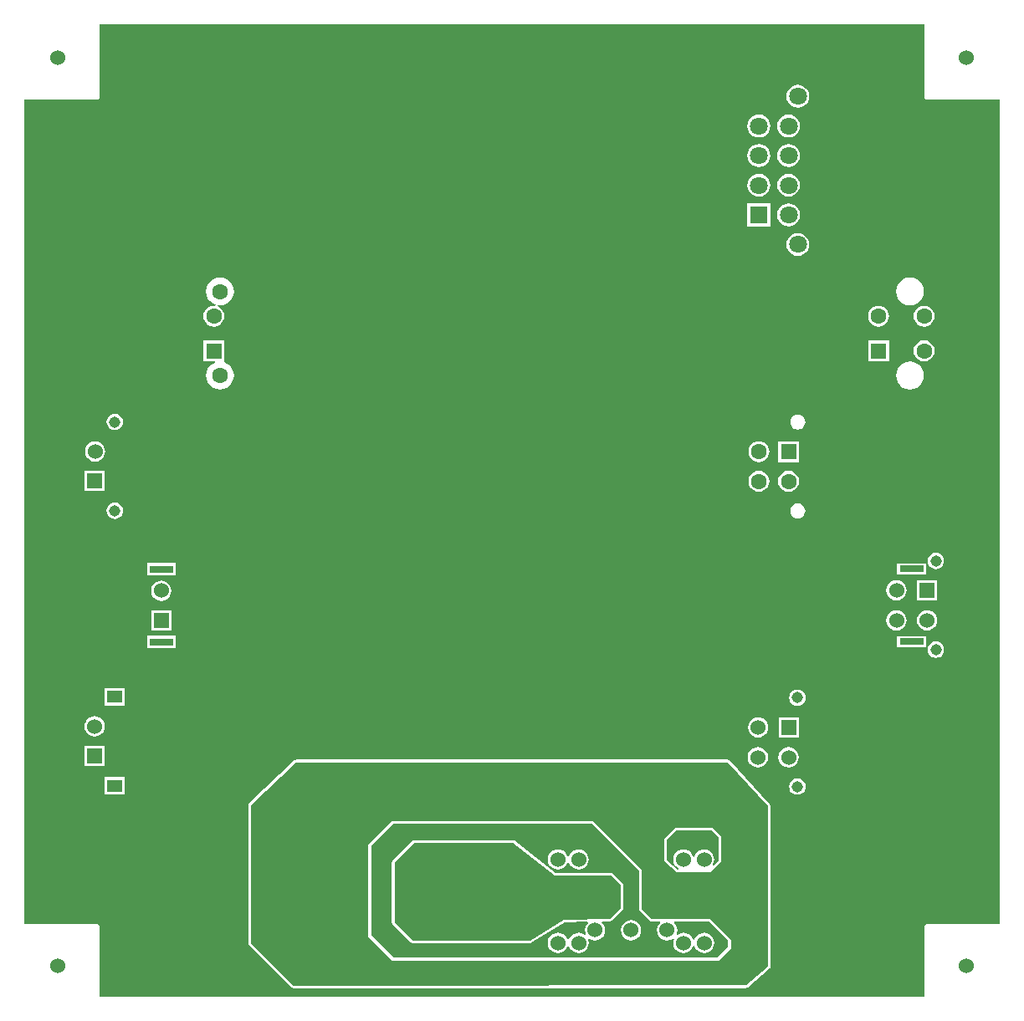
<source format=gbl>
G04*
G04 #@! TF.GenerationSoftware,Altium Limited,Altium Designer,19.1.9 (167)*
G04*
G04 Layer_Physical_Order=2*
G04 Layer_Color=16711680*
%FSLAX25Y25*%
%MOIN*%
G70*
G01*
G75*
%ADD37R,0.14600X0.14600*%
%ADD38C,0.14600*%
%ADD39R,0.06000X0.06000*%
%ADD40C,0.06000*%
%ADD41R,0.06000X0.05000*%
%ADD42R,0.09500X0.03000*%
%ADD43C,0.04500*%
%ADD44C,0.08858*%
%ADD45R,0.06299X0.06299*%
%ADD46C,0.06299*%
%ADD47R,0.09500X0.02500*%
%ADD48C,0.07087*%
%ADD49R,0.07087X0.07087*%
G36*
X361185Y362205D02*
X361263Y361814D01*
X361484Y361484D01*
X361815Y361263D01*
X362205Y361185D01*
X391152D01*
X391152Y32516D01*
X362205D01*
X361815Y32438D01*
X361484Y32217D01*
X361263Y31886D01*
X361185Y31496D01*
Y3533D01*
X32516D01*
Y31496D01*
X32438Y31886D01*
X32217Y32217D01*
X31886Y32438D01*
X31496Y32516D01*
X2549D01*
X2549Y361185D01*
X31496D01*
X31886Y361263D01*
X32217Y361484D01*
X32438Y361814D01*
X32516Y362205D01*
Y391152D01*
X361185D01*
Y362205D01*
D02*
G37*
%LPC*%
G36*
X310701Y367016D02*
X309515Y366859D01*
X308410Y366402D01*
X307460Y365673D01*
X306732Y364724D01*
X306274Y363619D01*
X306118Y362433D01*
X306274Y361247D01*
X306732Y360142D01*
X307460Y359193D01*
X308410Y358465D01*
X309515Y358007D01*
X310701Y357851D01*
X311887Y358007D01*
X312992Y358465D01*
X313941Y359193D01*
X314669Y360142D01*
X315127Y361247D01*
X315283Y362433D01*
X315127Y363619D01*
X314669Y364724D01*
X313941Y365673D01*
X312992Y366402D01*
X311887Y366859D01*
X310701Y367016D01*
D02*
G37*
G36*
X307000Y355205D02*
X305814Y355048D01*
X304709Y354591D01*
X303760Y353862D01*
X303031Y352913D01*
X302574Y351808D01*
X302417Y350622D01*
X302574Y349436D01*
X303031Y348331D01*
X303760Y347382D01*
X304709Y346654D01*
X305814Y346196D01*
X307000Y346040D01*
X308186Y346196D01*
X309291Y346654D01*
X310240Y347382D01*
X310969Y348331D01*
X311426Y349436D01*
X311582Y350622D01*
X311426Y351808D01*
X310969Y352913D01*
X310240Y353862D01*
X309291Y354591D01*
X308186Y355048D01*
X307000Y355205D01*
D02*
G37*
G36*
X295189D02*
X294003Y355048D01*
X292898Y354591D01*
X291949Y353862D01*
X291220Y352913D01*
X290763Y351808D01*
X290606Y350622D01*
X290763Y349436D01*
X291220Y348331D01*
X291949Y347382D01*
X292898Y346654D01*
X294003Y346196D01*
X295189Y346040D01*
X296375Y346196D01*
X297480Y346654D01*
X298429Y347382D01*
X299158Y348331D01*
X299615Y349436D01*
X299771Y350622D01*
X299615Y351808D01*
X299158Y352913D01*
X298429Y353862D01*
X297480Y354591D01*
X296375Y355048D01*
X295189Y355205D01*
D02*
G37*
G36*
X307000Y343393D02*
X305814Y343237D01*
X304709Y342780D01*
X303760Y342051D01*
X303031Y341102D01*
X302574Y339997D01*
X302417Y338811D01*
X302574Y337625D01*
X303031Y336520D01*
X303760Y335571D01*
X304709Y334842D01*
X305814Y334385D01*
X307000Y334228D01*
X308186Y334385D01*
X309291Y334842D01*
X310240Y335571D01*
X310969Y336520D01*
X311426Y337625D01*
X311582Y338811D01*
X311426Y339997D01*
X310969Y341102D01*
X310240Y342051D01*
X309291Y342780D01*
X308186Y343237D01*
X307000Y343393D01*
D02*
G37*
G36*
X295189D02*
X294003Y343237D01*
X292898Y342780D01*
X291949Y342051D01*
X291220Y341102D01*
X290763Y339997D01*
X290606Y338811D01*
X290763Y337625D01*
X291220Y336520D01*
X291949Y335571D01*
X292898Y334842D01*
X294003Y334385D01*
X295189Y334228D01*
X296375Y334385D01*
X297480Y334842D01*
X298429Y335571D01*
X299158Y336520D01*
X299615Y337625D01*
X299771Y338811D01*
X299615Y339997D01*
X299158Y341102D01*
X298429Y342051D01*
X297480Y342780D01*
X296375Y343237D01*
X295189Y343393D01*
D02*
G37*
G36*
X307000Y331582D02*
X305814Y331426D01*
X304709Y330969D01*
X303760Y330240D01*
X303031Y329291D01*
X302574Y328186D01*
X302417Y327000D01*
X302574Y325814D01*
X303031Y324709D01*
X303760Y323760D01*
X304709Y323031D01*
X305814Y322574D01*
X307000Y322417D01*
X308186Y322574D01*
X309291Y323031D01*
X310240Y323760D01*
X310969Y324709D01*
X311426Y325814D01*
X311582Y327000D01*
X311426Y328186D01*
X310969Y329291D01*
X310240Y330240D01*
X309291Y330969D01*
X308186Y331426D01*
X307000Y331582D01*
D02*
G37*
G36*
X295189D02*
X294003Y331426D01*
X292898Y330969D01*
X291949Y330240D01*
X291220Y329291D01*
X290763Y328186D01*
X290606Y327000D01*
X290763Y325814D01*
X291220Y324709D01*
X291949Y323760D01*
X292898Y323031D01*
X294003Y322574D01*
X295189Y322417D01*
X296375Y322574D01*
X297480Y323031D01*
X298429Y323760D01*
X299158Y324709D01*
X299615Y325814D01*
X299771Y327000D01*
X299615Y328186D01*
X299158Y329291D01*
X298429Y330240D01*
X297480Y330969D01*
X296375Y331426D01*
X295189Y331582D01*
D02*
G37*
G36*
X299732Y319732D02*
X290646D01*
Y310646D01*
X299732D01*
Y319732D01*
D02*
G37*
G36*
X307000Y319772D02*
X305814Y319615D01*
X304709Y319158D01*
X303760Y318429D01*
X303031Y317480D01*
X302574Y316375D01*
X302417Y315189D01*
X302574Y314003D01*
X303031Y312898D01*
X303760Y311949D01*
X304709Y311220D01*
X305814Y310763D01*
X307000Y310607D01*
X308186Y310763D01*
X309291Y311220D01*
X310240Y311949D01*
X310969Y312898D01*
X311426Y314003D01*
X311582Y315189D01*
X311426Y316375D01*
X310969Y317480D01*
X310240Y318429D01*
X309291Y319158D01*
X308186Y319615D01*
X307000Y319772D01*
D02*
G37*
G36*
X310701Y307961D02*
X309515Y307804D01*
X308410Y307347D01*
X307460Y306618D01*
X306732Y305669D01*
X306274Y304564D01*
X306118Y303378D01*
X306274Y302192D01*
X306732Y301087D01*
X307460Y300138D01*
X308410Y299409D01*
X309515Y298952D01*
X310701Y298796D01*
X311887Y298952D01*
X312992Y299409D01*
X313941Y300138D01*
X314669Y301087D01*
X315127Y302192D01*
X315283Y303378D01*
X315127Y304564D01*
X314669Y305669D01*
X313941Y306618D01*
X312992Y307347D01*
X311887Y307804D01*
X310701Y307961D01*
D02*
G37*
G36*
X355410Y290197D02*
X353966Y290007D01*
X352622Y289450D01*
X351467Y288564D01*
X350581Y287410D01*
X350024Y286065D01*
X349834Y284622D01*
X350024Y283179D01*
X350581Y281834D01*
X351467Y280680D01*
X352622Y279794D01*
X353966Y279237D01*
X355410Y279047D01*
X356852Y279237D01*
X358197Y279794D01*
X359352Y280680D01*
X360238Y281834D01*
X360795Y283179D01*
X360985Y284622D01*
X360795Y286065D01*
X360238Y287410D01*
X359352Y288564D01*
X358197Y289450D01*
X356852Y290007D01*
X355410Y290197D01*
D02*
G37*
G36*
X80480D02*
X79037Y290007D01*
X77693Y289450D01*
X76538Y288564D01*
X75652Y287410D01*
X75095Y286065D01*
X74905Y284622D01*
X75095Y283179D01*
X75652Y281834D01*
X76538Y280680D01*
X77693Y279794D01*
X78698Y279377D01*
X78567Y278890D01*
X78000Y278965D01*
X76917Y278822D01*
X75907Y278404D01*
X75041Y277739D01*
X74375Y276872D01*
X73957Y275863D01*
X73815Y274780D01*
X73957Y273696D01*
X74375Y272687D01*
X75041Y271820D01*
X75907Y271155D01*
X76917Y270737D01*
X78000Y270594D01*
X79083Y270737D01*
X80093Y271155D01*
X80959Y271820D01*
X81625Y272687D01*
X82043Y273696D01*
X82185Y274780D01*
X82043Y275863D01*
X81625Y276872D01*
X80959Y277739D01*
X80093Y278404D01*
X79423Y278682D01*
X79553Y279169D01*
X80480Y279047D01*
X81923Y279237D01*
X83268Y279794D01*
X84423Y280680D01*
X85309Y281834D01*
X85866Y283179D01*
X86056Y284622D01*
X85866Y286065D01*
X85309Y287410D01*
X84423Y288564D01*
X83268Y289450D01*
X81923Y290007D01*
X80480Y290197D01*
D02*
G37*
G36*
X361000Y278965D02*
X359917Y278822D01*
X358907Y278404D01*
X358040Y277739D01*
X357375Y276872D01*
X356957Y275863D01*
X356815Y274780D01*
X356957Y273696D01*
X357375Y272687D01*
X358040Y271820D01*
X358907Y271155D01*
X359917Y270737D01*
X361000Y270594D01*
X362083Y270737D01*
X363093Y271155D01*
X363960Y271820D01*
X364625Y272687D01*
X365043Y273696D01*
X365185Y274780D01*
X365043Y275863D01*
X364625Y276872D01*
X363960Y277739D01*
X363093Y278404D01*
X362083Y278822D01*
X361000Y278965D01*
D02*
G37*
G36*
X342890D02*
X341807Y278822D01*
X340797Y278404D01*
X339930Y277739D01*
X339265Y276872D01*
X338847Y275863D01*
X338704Y274780D01*
X338847Y273696D01*
X339265Y272687D01*
X339930Y271820D01*
X340797Y271155D01*
X341807Y270737D01*
X342890Y270594D01*
X343973Y270737D01*
X344983Y271155D01*
X345849Y271820D01*
X346514Y272687D01*
X346933Y273696D01*
X347075Y274780D01*
X346933Y275863D01*
X346514Y276872D01*
X345849Y277739D01*
X344983Y278404D01*
X343973Y278822D01*
X342890Y278965D01*
D02*
G37*
G36*
X347039Y265150D02*
X338740D01*
Y256850D01*
X347039D01*
Y265150D01*
D02*
G37*
G36*
X361000Y265185D02*
X359917Y265043D01*
X358907Y264625D01*
X358040Y263960D01*
X357375Y263093D01*
X356957Y262083D01*
X356815Y261000D01*
X356957Y259917D01*
X357375Y258907D01*
X358040Y258040D01*
X358907Y257375D01*
X359917Y256957D01*
X361000Y256815D01*
X362083Y256957D01*
X363093Y257375D01*
X363960Y258040D01*
X364625Y258907D01*
X365043Y259917D01*
X365185Y261000D01*
X365043Y262083D01*
X364625Y263093D01*
X363960Y263960D01*
X363093Y264625D01*
X362083Y265043D01*
X361000Y265185D01*
D02*
G37*
G36*
X355410Y256733D02*
X353966Y256543D01*
X352622Y255986D01*
X351467Y255100D01*
X350581Y253945D01*
X350024Y252601D01*
X349834Y251157D01*
X350024Y249714D01*
X350581Y248370D01*
X351467Y247215D01*
X352622Y246329D01*
X353966Y245772D01*
X355410Y245582D01*
X356852Y245772D01*
X358197Y246329D01*
X359352Y247215D01*
X360238Y248370D01*
X360795Y249714D01*
X360985Y251157D01*
X360795Y252601D01*
X360238Y253945D01*
X359352Y255100D01*
X358197Y255986D01*
X356852Y256543D01*
X355410Y256733D01*
D02*
G37*
G36*
X82150Y265150D02*
X73850D01*
Y256850D01*
X78473D01*
X78573Y256350D01*
X77693Y255986D01*
X76538Y255100D01*
X75652Y253945D01*
X75095Y252601D01*
X74905Y251157D01*
X75095Y249714D01*
X75652Y248370D01*
X76538Y247215D01*
X77693Y246329D01*
X79037Y245772D01*
X80480Y245582D01*
X81923Y245772D01*
X83268Y246329D01*
X84423Y247215D01*
X85309Y248370D01*
X85866Y249714D01*
X86056Y251157D01*
X85866Y252601D01*
X85309Y253945D01*
X84423Y255100D01*
X83268Y255986D01*
X82269Y256400D01*
X82150Y256850D01*
X82150Y256990D01*
Y265150D01*
D02*
G37*
G36*
X310701Y235656D02*
X309916Y235553D01*
X309184Y235249D01*
X308556Y234767D01*
X308073Y234139D01*
X307770Y233407D01*
X307667Y232622D01*
X307770Y231837D01*
X308073Y231105D01*
X308556Y230477D01*
X309184Y229995D01*
X309916Y229692D01*
X310701Y229588D01*
X311486Y229692D01*
X312218Y229995D01*
X312846Y230477D01*
X313328Y231105D01*
X313631Y231837D01*
X313735Y232622D01*
X313631Y233407D01*
X313328Y234139D01*
X312846Y234767D01*
X312218Y235249D01*
X311486Y235553D01*
X310701Y235656D01*
D02*
G37*
G36*
X38609Y235944D02*
X37760Y235833D01*
X36970Y235505D01*
X36291Y234984D01*
X35770Y234305D01*
X35442Y233515D01*
X35331Y232666D01*
X35442Y231818D01*
X35770Y231027D01*
X36291Y230348D01*
X36970Y229827D01*
X37760Y229500D01*
X38609Y229388D01*
X39457Y229500D01*
X40248Y229827D01*
X40927Y230348D01*
X41447Y231027D01*
X41775Y231818D01*
X41887Y232666D01*
X41775Y233515D01*
X41447Y234305D01*
X40927Y234984D01*
X40248Y235505D01*
X39457Y235833D01*
X38609Y235944D01*
D02*
G37*
G36*
X30709Y224901D02*
X29664Y224763D01*
X28691Y224360D01*
X27856Y223719D01*
X27215Y222883D01*
X26812Y221910D01*
X26674Y220866D01*
X26812Y219822D01*
X27215Y218849D01*
X27856Y218013D01*
X28691Y217372D01*
X29664Y216969D01*
X30709Y216832D01*
X31753Y216969D01*
X32726Y217372D01*
X33562Y218013D01*
X34203Y218849D01*
X34606Y219822D01*
X34743Y220866D01*
X34606Y221910D01*
X34203Y222883D01*
X33562Y223719D01*
X32726Y224360D01*
X31753Y224763D01*
X30709Y224901D01*
D02*
G37*
G36*
X311150Y224961D02*
X302850D01*
Y216661D01*
X311150D01*
Y224961D01*
D02*
G37*
G36*
X295189Y224996D02*
X294106Y224854D01*
X293096Y224436D01*
X292229Y223771D01*
X291564Y222904D01*
X291146Y221894D01*
X291004Y220811D01*
X291146Y219728D01*
X291564Y218718D01*
X292229Y217851D01*
X293096Y217186D01*
X294106Y216768D01*
X295189Y216626D01*
X296272Y216768D01*
X297282Y217186D01*
X298148Y217851D01*
X298814Y218718D01*
X299232Y219728D01*
X299374Y220811D01*
X299232Y221894D01*
X298814Y222904D01*
X298148Y223771D01*
X297282Y224436D01*
X296272Y224854D01*
X295189Y224996D01*
D02*
G37*
G36*
X34609Y213166D02*
X26609D01*
Y205166D01*
X34609D01*
Y213166D01*
D02*
G37*
G36*
X307000Y213185D02*
X305917Y213043D01*
X304907Y212625D01*
X304041Y211960D01*
X303375Y211093D01*
X302957Y210083D01*
X302815Y209000D01*
X302957Y207917D01*
X303375Y206907D01*
X304041Y206041D01*
X304907Y205375D01*
X305917Y204957D01*
X307000Y204815D01*
X308083Y204957D01*
X309093Y205375D01*
X309960Y206041D01*
X310625Y206907D01*
X311043Y207917D01*
X311185Y209000D01*
X311043Y210083D01*
X310625Y211093D01*
X309960Y211960D01*
X309093Y212625D01*
X308083Y213043D01*
X307000Y213185D01*
D02*
G37*
G36*
X295189D02*
X294106Y213043D01*
X293096Y212625D01*
X292229Y211960D01*
X291564Y211093D01*
X291146Y210083D01*
X291004Y209000D01*
X291146Y207917D01*
X291564Y206907D01*
X292229Y206041D01*
X293096Y205375D01*
X294106Y204957D01*
X295189Y204815D01*
X296272Y204957D01*
X297282Y205375D01*
X298148Y206041D01*
X298814Y206907D01*
X299232Y207917D01*
X299374Y209000D01*
X299232Y210083D01*
X298814Y211093D01*
X298148Y211960D01*
X297282Y212625D01*
X296272Y213043D01*
X295189Y213185D01*
D02*
G37*
G36*
X310701Y200223D02*
X309915Y200119D01*
X309184Y199816D01*
X308556Y199334D01*
X308073Y198706D01*
X307770Y197974D01*
X307667Y197189D01*
X307770Y196404D01*
X308073Y195672D01*
X308556Y195044D01*
X309184Y194562D01*
X309915Y194258D01*
X310701Y194155D01*
X311486Y194258D01*
X312218Y194562D01*
X312846Y195044D01*
X313328Y195672D01*
X313631Y196404D01*
X313735Y197189D01*
X313631Y197974D01*
X313328Y198706D01*
X312846Y199334D01*
X312218Y199816D01*
X311486Y200119D01*
X310701Y200223D01*
D02*
G37*
G36*
X38609Y200544D02*
X37760Y200432D01*
X36970Y200105D01*
X36291Y199584D01*
X35770Y198905D01*
X35442Y198115D01*
X35331Y197266D01*
X35442Y196418D01*
X35770Y195627D01*
X36291Y194948D01*
X36970Y194427D01*
X37760Y194100D01*
X38609Y193988D01*
X39457Y194100D01*
X40248Y194427D01*
X40927Y194948D01*
X41447Y195627D01*
X41775Y196418D01*
X41887Y197266D01*
X41775Y198115D01*
X41447Y198905D01*
X40927Y199584D01*
X40248Y200105D01*
X39457Y200432D01*
X38609Y200544D01*
D02*
G37*
G36*
X365705Y180521D02*
X364856Y180410D01*
X364066Y180082D01*
X363387Y179561D01*
X362866Y178882D01*
X362538Y178092D01*
X362427Y177243D01*
X362538Y176395D01*
X362866Y175604D01*
X363387Y174925D01*
X364066Y174404D01*
X364856Y174077D01*
X365705Y173965D01*
X366553Y174077D01*
X367344Y174404D01*
X368023Y174925D01*
X368544Y175604D01*
X368871Y176395D01*
X368983Y177243D01*
X368871Y178092D01*
X368544Y178882D01*
X368023Y179561D01*
X367344Y180082D01*
X366553Y180410D01*
X365705Y180521D01*
D02*
G37*
G36*
X359505Y176337D02*
X352505D01*
X352283Y176293D01*
X350255D01*
Y174265D01*
X350211Y174043D01*
X350255Y173822D01*
Y171793D01*
X352283D01*
X352505Y171749D01*
X359505D01*
X359726Y171793D01*
X361755D01*
Y173822D01*
X361799Y174043D01*
X361755Y174265D01*
Y176293D01*
X359726D01*
X359505Y176337D01*
D02*
G37*
G36*
X62837Y176354D02*
X51337D01*
Y171354D01*
X62837D01*
Y176354D01*
D02*
G37*
G36*
X366205Y169543D02*
X358205D01*
Y161543D01*
X366205D01*
Y169543D01*
D02*
G37*
G36*
X350005Y169578D02*
X348960Y169440D01*
X347988Y169037D01*
X347152Y168396D01*
X346511Y167561D01*
X346108Y166587D01*
X345970Y165543D01*
X346108Y164499D01*
X346511Y163526D01*
X347152Y162690D01*
X347988Y162049D01*
X348960Y161646D01*
X350005Y161509D01*
X351049Y161646D01*
X352022Y162049D01*
X352858Y162690D01*
X353499Y163526D01*
X353902Y164499D01*
X354039Y165543D01*
X353902Y166587D01*
X353499Y167561D01*
X352858Y168396D01*
X352022Y169037D01*
X351049Y169440D01*
X350005Y169578D01*
D02*
G37*
G36*
X57087Y169389D02*
X56042Y169251D01*
X55069Y168848D01*
X54234Y168207D01*
X53593Y167372D01*
X53190Y166399D01*
X53052Y165354D01*
X53190Y164310D01*
X53593Y163337D01*
X54234Y162502D01*
X55069Y161860D01*
X56042Y161457D01*
X57087Y161320D01*
X58131Y161457D01*
X59104Y161860D01*
X59939Y162502D01*
X60581Y163337D01*
X60984Y164310D01*
X61121Y165354D01*
X60984Y166399D01*
X60581Y167372D01*
X59939Y168207D01*
X59104Y168848D01*
X58131Y169251D01*
X57087Y169389D01*
D02*
G37*
G36*
X362205Y157578D02*
X361160Y157440D01*
X360188Y157037D01*
X359352Y156396D01*
X358711Y155561D01*
X358308Y154587D01*
X358170Y153543D01*
X358308Y152499D01*
X358711Y151526D01*
X359352Y150690D01*
X360188Y150049D01*
X361160Y149646D01*
X362205Y149509D01*
X363249Y149646D01*
X364222Y150049D01*
X365058Y150690D01*
X365699Y151526D01*
X366102Y152499D01*
X366239Y153543D01*
X366102Y154587D01*
X365699Y155561D01*
X365058Y156396D01*
X364222Y157037D01*
X363249Y157440D01*
X362205Y157578D01*
D02*
G37*
G36*
X350005D02*
X348960Y157440D01*
X347988Y157037D01*
X347152Y156396D01*
X346511Y155561D01*
X346108Y154587D01*
X345970Y153543D01*
X346108Y152499D01*
X346511Y151526D01*
X347152Y150690D01*
X347988Y150049D01*
X348960Y149646D01*
X350005Y149509D01*
X351049Y149646D01*
X352022Y150049D01*
X352858Y150690D01*
X353499Y151526D01*
X353902Y152499D01*
X354039Y153543D01*
X353902Y154587D01*
X353499Y155561D01*
X352858Y156396D01*
X352022Y157037D01*
X351049Y157440D01*
X350005Y157578D01*
D02*
G37*
G36*
X61087Y157354D02*
X53087D01*
Y149354D01*
X61087D01*
Y157354D01*
D02*
G37*
G36*
X359505Y147337D02*
X352505D01*
X352283Y147293D01*
X350255D01*
Y145265D01*
X350211Y145043D01*
X350255Y144822D01*
Y142793D01*
X352283D01*
X352505Y142749D01*
X359505D01*
X359726Y142793D01*
X361755D01*
Y144822D01*
X361799Y145043D01*
X361755Y145265D01*
Y147293D01*
X359726D01*
X359505Y147337D01*
D02*
G37*
G36*
X62837Y147354D02*
X51337D01*
Y142354D01*
X62837D01*
Y147354D01*
D02*
G37*
G36*
X365705Y145121D02*
X364856Y145010D01*
X364066Y144682D01*
X363387Y144161D01*
X362866Y143482D01*
X362538Y142692D01*
X362427Y141843D01*
X362538Y140995D01*
X362866Y140204D01*
X363387Y139525D01*
X364066Y139004D01*
X364856Y138677D01*
X365705Y138565D01*
X366553Y138677D01*
X367344Y139004D01*
X368023Y139525D01*
X368544Y140204D01*
X368871Y140995D01*
X368983Y141843D01*
X368871Y142692D01*
X368544Y143482D01*
X368023Y144161D01*
X367344Y144682D01*
X366553Y145010D01*
X365705Y145121D01*
D02*
G37*
G36*
X42612Y126515D02*
X34612D01*
Y119515D01*
X42612D01*
Y126515D01*
D02*
G37*
G36*
X310500Y125978D02*
X309652Y125866D01*
X308861Y125539D01*
X308182Y125018D01*
X307661Y124339D01*
X307334Y123548D01*
X307222Y122700D01*
X307334Y121852D01*
X307661Y121061D01*
X308182Y120382D01*
X308861Y119861D01*
X309652Y119534D01*
X310500Y119422D01*
X311348Y119534D01*
X312139Y119861D01*
X312818Y120382D01*
X313339Y121061D01*
X313666Y121852D01*
X313778Y122700D01*
X313666Y123548D01*
X313339Y124339D01*
X312818Y125018D01*
X312139Y125539D01*
X311348Y125866D01*
X310500Y125978D01*
D02*
G37*
G36*
X30512Y115349D02*
X29468Y115212D01*
X28495Y114809D01*
X27659Y114168D01*
X27018Y113332D01*
X26615Y112359D01*
X26477Y111315D01*
X26615Y110271D01*
X27018Y109298D01*
X27659Y108462D01*
X28495Y107821D01*
X29468Y107418D01*
X30512Y107280D01*
X31556Y107418D01*
X32529Y107821D01*
X33365Y108462D01*
X34006Y109298D01*
X34409Y110271D01*
X34546Y111315D01*
X34409Y112359D01*
X34006Y113332D01*
X33365Y114168D01*
X32529Y114809D01*
X31556Y115212D01*
X30512Y115349D01*
D02*
G37*
G36*
X311000Y115000D02*
X303000D01*
Y107000D01*
X311000D01*
Y115000D01*
D02*
G37*
G36*
X294900Y114935D02*
X293856Y114797D01*
X292883Y114394D01*
X292047Y113753D01*
X291406Y112917D01*
X291003Y111944D01*
X290865Y110900D01*
X291003Y109856D01*
X291406Y108883D01*
X292047Y108047D01*
X292883Y107406D01*
X293856Y107003D01*
X294900Y106866D01*
X295944Y107003D01*
X296917Y107406D01*
X297753Y108047D01*
X298394Y108883D01*
X298797Y109856D01*
X298935Y110900D01*
X298797Y111944D01*
X298394Y112917D01*
X297753Y113753D01*
X296917Y114394D01*
X295944Y114797D01*
X294900Y114935D01*
D02*
G37*
G36*
X282833Y98020D02*
X255000D01*
X255000Y98019D01*
X110939Y98020D01*
X110758Y97984D01*
X110576Y97953D01*
X110564Y97945D01*
X110549Y97942D01*
X110396Y97840D01*
X110239Y97742D01*
X92214Y80738D01*
X92205Y80726D01*
X92193Y80717D01*
X92090Y80564D01*
X91983Y80414D01*
X91980Y80399D01*
X91971Y80386D01*
X91935Y80206D01*
X91894Y80026D01*
X91897Y80011D01*
X91894Y79996D01*
X91894Y24803D01*
X91971Y24413D01*
X92192Y24082D01*
X108996Y7279D01*
X109326Y7058D01*
X109716Y6980D01*
X131556Y6980D01*
X131604Y6971D01*
X290119Y6990D01*
X290276Y7022D01*
X290435Y7041D01*
X290470Y7060D01*
X290509Y7068D01*
X290642Y7157D01*
X290782Y7236D01*
X299482Y14692D01*
X299507Y14723D01*
X299540Y14745D01*
X299629Y14879D01*
X299728Y15005D01*
X299739Y15043D01*
X299761Y15076D01*
X299792Y15234D01*
X299835Y15388D01*
X299831Y15427D01*
X299838Y15466D01*
Y49674D01*
X299838Y49674D01*
Y79561D01*
X299804Y79735D01*
X299777Y79910D01*
X299765Y79929D01*
X299761Y79951D01*
X299662Y80099D01*
X299570Y80250D01*
X283585Y97689D01*
X283567Y97702D01*
X283554Y97721D01*
X283407Y97819D01*
X283264Y97924D01*
X283242Y97929D01*
X283224Y97942D01*
X283050Y97976D01*
X282878Y98019D01*
X282855Y98015D01*
X282833Y98020D01*
D02*
G37*
G36*
X34512Y103415D02*
X26512D01*
Y95415D01*
X34512D01*
Y103415D01*
D02*
G37*
G36*
X307000Y103034D02*
X305956Y102897D01*
X304983Y102494D01*
X304147Y101853D01*
X303506Y101017D01*
X303103Y100044D01*
X302965Y99000D01*
X303103Y97956D01*
X303506Y96983D01*
X304147Y96147D01*
X304983Y95506D01*
X305956Y95103D01*
X307000Y94965D01*
X308044Y95103D01*
X309017Y95506D01*
X309853Y96147D01*
X310494Y96983D01*
X310897Y97956D01*
X311034Y99000D01*
X310897Y100044D01*
X310494Y101017D01*
X309853Y101853D01*
X309017Y102494D01*
X308044Y102897D01*
X307000Y103034D01*
D02*
G37*
G36*
X294800D02*
X293756Y102897D01*
X292783Y102494D01*
X291947Y101853D01*
X291306Y101017D01*
X290903Y100044D01*
X290766Y99000D01*
X290903Y97956D01*
X291306Y96983D01*
X291947Y96147D01*
X292783Y95506D01*
X293756Y95103D01*
X294800Y94965D01*
X295844Y95103D01*
X296817Y95506D01*
X297653Y96147D01*
X298294Y96983D01*
X298697Y97956D01*
X298834Y99000D01*
X298697Y100044D01*
X298294Y101017D01*
X297653Y101853D01*
X296817Y102494D01*
X295844Y102897D01*
X294800Y103034D01*
D02*
G37*
G36*
X42512Y91115D02*
X34512D01*
Y84115D01*
X42512D01*
Y91115D01*
D02*
G37*
G36*
X310500Y90578D02*
X309652Y90466D01*
X308861Y90139D01*
X308182Y89618D01*
X307661Y88939D01*
X307334Y88148D01*
X307222Y87300D01*
X307334Y86452D01*
X307661Y85661D01*
X308182Y84982D01*
X308861Y84461D01*
X309652Y84134D01*
X310500Y84022D01*
X311348Y84134D01*
X312139Y84461D01*
X312818Y84982D01*
X313339Y85661D01*
X313666Y86452D01*
X313778Y87300D01*
X313666Y88148D01*
X313339Y88939D01*
X312818Y89618D01*
X312139Y90139D01*
X311348Y90466D01*
X310500Y90578D01*
D02*
G37*
%LPD*%
G36*
X298819Y79561D02*
Y49674D01*
X298819Y49674D01*
Y15466D01*
X290119Y8010D01*
X131604Y7991D01*
X131603Y8000D01*
X109716Y8000D01*
X92913Y24803D01*
X92913Y79996D01*
X110939Y97000D01*
X255000Y97000D01*
Y97000D01*
X282833D01*
X298819Y79561D01*
D02*
G37*
%LPC*%
G36*
X276772Y70866D02*
X261811D01*
X257480Y66536D01*
X257480Y57480D01*
X262533Y53150D01*
X275984D01*
X280315Y57480D01*
Y67323D01*
X276772Y70866D01*
D02*
G37*
G36*
X229134Y73622D02*
X149213Y73622D01*
X139654Y64063D01*
X139653Y27669D01*
X149323Y18000D01*
X279009D01*
X284000Y22991D01*
Y26236D01*
X275788Y34448D01*
X252559Y34448D01*
X248425Y38583D01*
X248425Y54331D01*
X229134Y73622D01*
D02*
G37*
%LPD*%
G36*
X279295Y66900D02*
Y57903D01*
X277240Y55848D01*
X276864Y56178D01*
X276919Y56251D01*
X277322Y57223D01*
X277460Y58268D01*
X277322Y59312D01*
X276919Y60285D01*
X276278Y61121D01*
X275443Y61762D01*
X274469Y62165D01*
X273425Y62302D01*
X272381Y62165D01*
X271408Y61762D01*
X270572Y61121D01*
X269931Y60285D01*
X269551Y59368D01*
X269363Y59312D01*
X269219D01*
X269031Y59368D01*
X268652Y60285D01*
X268010Y61121D01*
X267175Y61762D01*
X266202Y62165D01*
X265158Y62302D01*
X264113Y62165D01*
X263140Y61762D01*
X262305Y61121D01*
X261664Y60285D01*
X261260Y59312D01*
X261123Y58268D01*
X261260Y57223D01*
X261664Y56251D01*
X262305Y55415D01*
X263078Y54821D01*
X263078Y54578D01*
X262989Y54295D01*
X262804Y54260D01*
X258500Y57949D01*
X258500Y66113D01*
X262233Y69846D01*
X276349D01*
X279295Y66900D01*
D02*
G37*
G36*
X247406Y53908D02*
X247406Y38583D01*
X247483Y38192D01*
X247704Y37861D01*
X251838Y33727D01*
X251838Y33727D01*
X252169Y33506D01*
X252559Y33429D01*
X255756D01*
X255917Y32955D01*
X255809Y32873D01*
X255167Y32037D01*
X254764Y31064D01*
X254627Y30020D01*
X254764Y28975D01*
X255167Y28002D01*
X255809Y27167D01*
X256644Y26526D01*
X257617Y26123D01*
X258661Y25985D01*
X259706Y26123D01*
X260679Y26526D01*
X261031Y26796D01*
X261441Y26480D01*
X261260Y26044D01*
X261123Y25000D01*
X261260Y23956D01*
X261664Y22983D01*
X262305Y22147D01*
X263140Y21506D01*
X264113Y21103D01*
X265158Y20966D01*
X266202Y21103D01*
X267175Y21506D01*
X268010Y22147D01*
X268652Y22983D01*
X269031Y23900D01*
X269219Y23956D01*
X269363D01*
X269551Y23900D01*
X269931Y22983D01*
X270572Y22147D01*
X271408Y21506D01*
X272381Y21103D01*
X273425Y20966D01*
X274469Y21103D01*
X275443Y21506D01*
X276278Y22147D01*
X276919Y22983D01*
X277322Y23956D01*
X277460Y25000D01*
X277322Y26044D01*
X276919Y27017D01*
X276278Y27853D01*
X275443Y28494D01*
X274469Y28897D01*
X273425Y29035D01*
X272381Y28897D01*
X271408Y28494D01*
X270572Y27853D01*
X269931Y27017D01*
X269551Y26101D01*
X269363Y26044D01*
X269219D01*
X269031Y26101D01*
X268652Y27017D01*
X268010Y27853D01*
X267175Y28494D01*
X266202Y28897D01*
X265158Y29035D01*
X264113Y28897D01*
X263140Y28494D01*
X262788Y28224D01*
X262378Y28539D01*
X262559Y28975D01*
X262696Y30020D01*
X262559Y31064D01*
X262155Y32037D01*
X261514Y32873D01*
X261406Y32955D01*
X261567Y33429D01*
X275365Y33429D01*
X282980Y25814D01*
Y23414D01*
X278586Y19020D01*
X149745D01*
X140673Y28092D01*
X140673Y63641D01*
X149635Y72602D01*
X228712Y72602D01*
X247406Y53908D01*
D02*
G37*
%LPC*%
G36*
X223425Y62302D02*
X222381Y62165D01*
X221408Y61762D01*
X220572Y61121D01*
X219931Y60285D01*
X219551Y59368D01*
X219363Y59312D01*
X219219D01*
X219031Y59368D01*
X218652Y60285D01*
X218010Y61121D01*
X217175Y61762D01*
X216202Y62165D01*
X215158Y62302D01*
X214113Y62165D01*
X213140Y61762D01*
X212305Y61121D01*
X211664Y60285D01*
X211260Y59312D01*
X211123Y58268D01*
X211260Y57223D01*
X211664Y56251D01*
X212305Y55415D01*
X213140Y54774D01*
X214113Y54371D01*
X215158Y54233D01*
X216202Y54371D01*
X217175Y54774D01*
X218010Y55415D01*
X218652Y56251D01*
X219031Y57167D01*
X219219Y57223D01*
X219363D01*
X219551Y57167D01*
X219931Y56251D01*
X220572Y55415D01*
X221408Y54774D01*
X222381Y54371D01*
X223425Y54233D01*
X224469Y54371D01*
X225443Y54774D01*
X226278Y55415D01*
X226919Y56251D01*
X227322Y57223D01*
X227460Y58268D01*
X227322Y59312D01*
X226919Y60285D01*
X226278Y61121D01*
X225443Y61762D01*
X224469Y62165D01*
X223425Y62302D01*
D02*
G37*
G36*
X197255Y65980D02*
X157874Y65980D01*
X157484Y65903D01*
X157153Y65682D01*
X149279Y57808D01*
X149058Y57477D01*
X148980Y57087D01*
Y33071D01*
X149058Y32681D01*
X149279Y32350D01*
X156350Y25279D01*
X156681Y25058D01*
X157071Y24980D01*
X204094D01*
X204173Y24996D01*
X204252Y24993D01*
X204366Y25034D01*
X204485Y25058D01*
X204551Y25102D01*
X204626Y25130D01*
X217859Y33210D01*
X226930Y33365D01*
X227041Y33047D01*
X227064Y32867D01*
X226427Y32037D01*
X226024Y31064D01*
X225887Y30020D01*
X226024Y28975D01*
X226205Y28539D01*
X225794Y28224D01*
X225443Y28494D01*
X224469Y28897D01*
X223425Y29035D01*
X222381Y28897D01*
X221408Y28494D01*
X220572Y27853D01*
X219931Y27017D01*
X219551Y26101D01*
X219363Y26044D01*
X219219D01*
X219031Y26101D01*
X218652Y27017D01*
X218010Y27853D01*
X217175Y28494D01*
X216202Y28897D01*
X215158Y29035D01*
X214113Y28897D01*
X213140Y28494D01*
X212305Y27853D01*
X211664Y27017D01*
X211260Y26044D01*
X211123Y25000D01*
X211260Y23956D01*
X211664Y22983D01*
X212305Y22147D01*
X213140Y21506D01*
X214113Y21103D01*
X215158Y20966D01*
X216202Y21103D01*
X217175Y21506D01*
X218010Y22147D01*
X218652Y22983D01*
X219031Y23900D01*
X219219Y23956D01*
X219363D01*
X219551Y23900D01*
X219931Y22983D01*
X220572Y22147D01*
X221408Y21506D01*
X222381Y21103D01*
X223425Y20966D01*
X224469Y21103D01*
X225443Y21506D01*
X226278Y22147D01*
X226919Y22983D01*
X227322Y23956D01*
X227460Y25000D01*
X227322Y26044D01*
X227141Y26480D01*
X227552Y26796D01*
X227904Y26526D01*
X228877Y26123D01*
X229921Y25985D01*
X230965Y26123D01*
X231939Y26526D01*
X232774Y27167D01*
X233415Y28002D01*
X233818Y28975D01*
X233956Y30020D01*
X233818Y31064D01*
X233415Y32037D01*
X232774Y32873D01*
X232622Y32990D01*
X232778Y33464D01*
X235733Y33515D01*
X235919Y33555D01*
X236106Y33592D01*
X236113Y33597D01*
X236122Y33599D01*
X236278Y33707D01*
X236436Y33813D01*
X240879Y38255D01*
X241100Y38586D01*
X241177Y38976D01*
X241177Y48019D01*
X241100Y48409D01*
X240878Y48740D01*
X236929Y52689D01*
X236598Y52911D01*
X236208Y52988D01*
X214230Y52988D01*
X197883Y65764D01*
X197760Y65826D01*
X197645Y65903D01*
X197584Y65915D01*
X197528Y65943D01*
X197390Y65953D01*
X197255Y65980D01*
D02*
G37*
G36*
X244291Y34054D02*
X243247Y33917D01*
X242274Y33514D01*
X241439Y32873D01*
X240797Y32037D01*
X240394Y31064D01*
X240257Y30020D01*
X240394Y28975D01*
X240797Y28002D01*
X241439Y27167D01*
X242274Y26526D01*
X243247Y26123D01*
X244291Y25985D01*
X245336Y26123D01*
X246309Y26526D01*
X247144Y27167D01*
X247785Y28002D01*
X248188Y28975D01*
X248326Y30020D01*
X248188Y31064D01*
X247785Y32037D01*
X247144Y32873D01*
X246309Y33514D01*
X245336Y33917D01*
X244291Y34054D01*
D02*
G37*
%LPD*%
G36*
X213879Y51968D02*
X236208Y51968D01*
X240158Y48019D01*
X240158Y38976D01*
X235715Y34534D01*
X217564Y34224D01*
X204094Y26000D01*
X157071D01*
X150000Y33071D01*
Y57087D01*
X157874Y64961D01*
X197255Y64961D01*
X213879Y51968D01*
D02*
G37*
D37*
X124480Y57000D02*
D03*
D38*
X162000D02*
D03*
D39*
X30512Y99415D02*
D03*
X57087Y153354D02*
D03*
X30609Y209166D02*
D03*
X362205Y165543D02*
D03*
X307000Y111000D02*
D03*
D40*
X30512Y111315D02*
D03*
X57087Y165354D02*
D03*
X30709Y220866D02*
D03*
X265158Y58268D02*
D03*
X273425D02*
D03*
X265158Y25000D02*
D03*
X273425D02*
D03*
X223425Y58268D02*
D03*
X215158D02*
D03*
Y25000D02*
D03*
X258661Y30020D02*
D03*
X244291D02*
D03*
X229921D02*
D03*
X223425Y25000D02*
D03*
X15748Y377953D02*
D03*
X377953D02*
D03*
Y15748D02*
D03*
X15748D02*
D03*
X362205Y153543D02*
D03*
X350005D02*
D03*
Y165543D02*
D03*
X294900Y110900D02*
D03*
X294800Y99000D02*
D03*
X307000D02*
D03*
D41*
X38612Y123015D02*
D03*
X38512Y87615D02*
D03*
D42*
X57087Y173854D02*
D03*
Y144854D02*
D03*
D43*
X38609Y232666D02*
D03*
Y197266D02*
D03*
X365705Y177243D02*
D03*
Y141843D02*
D03*
X310500Y87300D02*
D03*
Y122700D02*
D03*
D44*
X233465Y43307D02*
D03*
X224410D02*
D03*
X255118D02*
D03*
X264173D02*
D03*
D45*
X342890Y261000D02*
D03*
X78000D02*
D03*
X307000Y220811D02*
D03*
D46*
X342890Y274780D02*
D03*
X361000D02*
D03*
Y261000D02*
D03*
X78000Y274780D02*
D03*
X80480Y251157D02*
D03*
Y284622D02*
D03*
X295189Y220811D02*
D03*
Y209000D02*
D03*
X307000D02*
D03*
D47*
X356005Y145043D02*
D03*
Y174043D02*
D03*
D48*
X307000Y350622D02*
D03*
Y338811D02*
D03*
Y327000D02*
D03*
Y315189D02*
D03*
X295189Y350622D02*
D03*
Y338811D02*
D03*
Y327000D02*
D03*
X310701Y362433D02*
D03*
Y303378D02*
D03*
D49*
X295189Y315189D02*
D03*
M02*

</source>
